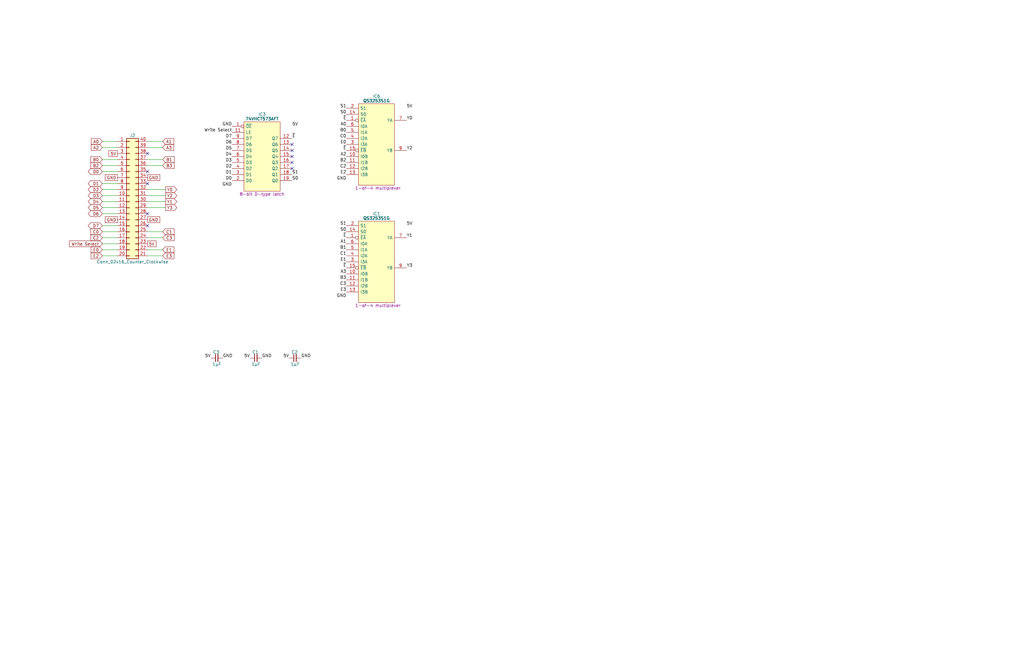
<source format=kicad_sch>
(kicad_sch (version 20230121) (generator eeschema)
  (paper "User" 431.8 279.4)
  (title_block (title "Selector 1-of-4 4bit with Input") (date "2024-03-11") (rev "V0"))
  (lib_symbols
    (symbol "Connector_Generic:Conn_02x20_Counter_Clockwise" (pin_names (offset 1.016) hide)
      (property "Reference" "J" (at 1.27 25.4 0))
      (property "Value" "Conn_02x20_Counter_Clockwise" (at 1.27 -27.94 0))
      (symbol "Conn_02x20_Counter_Clockwise_1_1"
        (rectangle (start -1.27 -25.273) (end 0 -25.527) (stroke (width 0.1524)))
        (rectangle (start -1.27 -22.733) (end 0 -22.987) (stroke (width 0.1524)))
        (rectangle (start -1.27 -20.193) (end 0 -20.447) (stroke (width 0.1524)))
        (rectangle (start -1.27 -17.653) (end 0 -17.907) (stroke (width 0.1524)))
        (rectangle (start -1.27 -15.113) (end 0 -15.367) (stroke (width 0.1524)))
        (rectangle (start -1.27 -12.573) (end 0 -12.827) (stroke (width 0.1524)))
        (rectangle (start -1.27 -10.033) (end 0 -10.287) (stroke (width 0.1524)))
        (rectangle (start -1.27 -7.493) (end 0 -7.747) (stroke (width 0.1524)))
        (rectangle (start -1.27 -4.953) (end 0 -5.207) (stroke (width 0.1524)))
        (rectangle (start -1.27 -2.413) (end 0 -2.667) (stroke (width 0.1524)))
        (rectangle (start -1.27 0.127) (end 0 -0.127) (stroke (width 0.1524)))
        (rectangle (start -1.27 2.667) (end 0 2.413) (stroke (width 0.1524)))
        (rectangle (start -1.27 5.207) (end 0 4.953) (stroke (width 0.1524)))
        (rectangle (start -1.27 7.747) (end 0 7.493) (stroke (width 0.1524)))
        (rectangle (start -1.27 10.287) (end 0 10.033) (stroke (width 0.1524)))
        (rectangle (start -1.27 12.827) (end 0 12.573) (stroke (width 0.1524)))
        (rectangle (start -1.27 15.367) (end 0 15.113) (stroke (width 0.1524)))
        (rectangle (start -1.27 17.907) (end 0 17.653) (stroke (width 0.1524)))
        (rectangle (start -1.27 20.447) (end 0 20.193) (stroke (width 0.1524)))
        (rectangle (start -1.27 22.987) (end 0 22.733) (stroke (width 0.1524)))
        (rectangle (start -1.27 24.13) (end 3.81 -26.67) (stroke (width 0.254)) (fill (type background)))
        (rectangle (start 3.81 -25.273) (end 2.54 -25.527) (stroke (width 0.1524)))
        (rectangle (start 3.81 -22.733) (end 2.54 -22.987) (stroke (width 0.1524)))
        (rectangle (start 3.81 -20.193) (end 2.54 -20.447) (stroke (width 0.1524)))
        (rectangle (start 3.81 -17.653) (end 2.54 -17.907) (stroke (width 0.1524)))
        (rectangle (start 3.81 -15.113) (end 2.54 -15.367) (stroke (width 0.1524)))
        (rectangle (start 3.81 -12.573) (end 2.54 -12.827) (stroke (width 0.1524)))
        (rectangle (start 3.81 -10.033) (end 2.54 -10.287) (stroke (width 0.1524)))
        (rectangle (start 3.81 -7.493) (end 2.54 -7.747) (stroke (width 0.1524)))
        (rectangle (start 3.81 -4.953) (end 2.54 -5.207) (stroke (width 0.1524)))
        (rectangle (start 3.81 -2.413) (end 2.54 -2.667) (stroke (width 0.1524)))
        (rectangle (start 3.81 0.127) (end 2.54 -0.127) (stroke (width 0.1524)))
        (rectangle (start 3.81 2.667) (end 2.54 2.413) (stroke (width 0.1524)))
        (rectangle (start 3.81 5.207) (end 2.54 4.953) (stroke (width 0.1524)))
        (rectangle (start 3.81 7.747) (end 2.54 7.493) (stroke (width 0.1524)))
        (rectangle (start 3.81 10.287) (end 2.54 10.033) (stroke (width 0.1524)))
        (rectangle (start 3.81 12.827) (end 2.54 12.573) (stroke (width 0.1524)))
        (rectangle (start 3.81 15.367) (end 2.54 15.113) (stroke (width 0.1524)))
        (rectangle (start 3.81 17.907) (end 2.54 17.653) (stroke (width 0.1524)))
        (rectangle (start 3.81 20.447) (end 2.54 20.193) (stroke (width 0.1524)))
        (rectangle (start 3.81 22.987) (end 2.54 22.733) (stroke (width 0.1524)))
        (pin passive line (at -5.08 22.86 0) (length 3.81) (name "Pin_1") (number "1"))
        (pin passive line (at -5.08 0 0) (length 3.81) (name "Pin_10") (number "10"))
        (pin passive line (at -5.08 -2.54 0) (length 3.81) (name "Pin_11") (number "11"))
        (pin passive line (at -5.08 -5.08 0) (length 3.81) (name "Pin_12") (number "12"))
        (pin passive line (at -5.08 -7.62 0) (length 3.81) (name "Pin_13") (number "13"))
        (pin passive line (at -5.08 -10.16 0) (length 3.81) (name "Pin_14") (number "14"))
        (pin passive line (at -5.08 -12.7 0) (length 3.81) (name "Pin_15") (number "15"))
        (pin passive line (at -5.08 -15.24 0) (length 3.81) (name "Pin_16") (number "16"))
        (pin passive line (at -5.08 -17.78 0) (length 3.81) (name "Pin_17") (number "17"))
        (pin passive line (at -5.08 -20.32 0) (length 3.81) (name "Pin_18") (number "18"))
        (pin passive line (at -5.08 -22.86 0) (length 3.81) (name "Pin_19") (number "19"))
        (pin passive line (at -5.08 20.32 0) (length 3.81) (name "Pin_2") (number "2"))
        (pin passive line (at -5.08 -25.4 0) (length 3.81) (name "Pin_20") (number "20"))
        (pin passive line (at 7.62 -25.4 180) (length 3.81) (name "Pin_21") (number "21"))
        (pin passive line (at 7.62 -22.86 180) (length 3.81) (name "Pin_22") (number "22"))
        (pin passive line (at 7.62 -20.32 180) (length 3.81) (name "Pin_23") (number "23"))
        (pin passive line (at 7.62 -17.78 180) (length 3.81) (name "Pin_24") (number "24"))
        (pin passive line (at 7.62 -15.24 180) (length 3.81) (name "Pin_25") (number "25"))
        (pin passive line (at 7.62 -12.7 180) (length 3.81) (name "Pin_26") (number "26"))
        (pin passive line (at 7.62 -10.16 180) (length 3.81) (name "Pin_27") (number "27"))
        (pin passive line (at 7.62 -7.62 180) (length 3.81) (name "Pin_28") (number "28"))
        (pin passive line (at 7.62 -5.08 180) (length 3.81) (name "Pin_29") (number "29"))
        (pin passive line (at -5.08 17.78 0) (length 3.81) (name "Pin_3") (number "3"))
        (pin passive line (at 7.62 -2.54 180) (length 3.81) (name "Pin_30") (number "30"))
        (pin passive line (at 7.62 0 180) (length 3.81) (name "Pin_31") (number "31"))
        (pin passive line (at 7.62 2.54 180) (length 3.81) (name "Pin_32") (number "32"))
        (pin passive line (at 7.62 5.08 180) (length 3.81) (name "Pin_33") (number "33"))
        (pin passive line (at 7.62 7.62 180) (length 3.81) (name "Pin_34") (number "34"))
        (pin passive line (at 7.62 10.16 180) (length 3.81) (name "Pin_35") (number "35"))
        (pin passive line (at 7.62 12.7 180) (length 3.81) (name "Pin_36") (number "36"))
        (pin passive line (at 7.62 15.24 180) (length 3.81) (name "Pin_37") (number "37"))
        (pin passive line (at 7.62 17.78 180) (length 3.81) (name "Pin_38") (number "38"))
        (pin passive line (at 7.62 20.32 180) (length 3.81) (name "Pin_39") (number "39"))
        (pin passive line (at -5.08 15.24 0) (length 3.81) (name "Pin_4") (number "4"))
        (pin passive line (at 7.62 22.86 180) (length 3.81) (name "Pin_40") (number "40"))
        (pin passive line (at -5.08 12.7 0) (length 3.81) (name "Pin_5") (number "5"))
        (pin passive line (at -5.08 10.16 0) (length 3.81) (name "Pin_6") (number "6"))
        (pin passive line (at -5.08 7.62 0) (length 3.81) (name "Pin_7") (number "7"))
        (pin passive line (at -5.08 5.08 0) (length 3.81) (name "Pin_8") (number "8"))
        (pin passive line (at -5.08 2.54 0) (length 3.81) (name "Pin_9") (number "9"))
      )
    )
    (symbol "HCP65:C_0805" (pin_numbers hide) (pin_names (offset 0.254) hide)
      (property "Reference" "C" (at 2.286 2.54 0))
      (property "Value" "?μF" (at 2.54 -2.54 0))
      (symbol "C_0805_0_1"
        (polyline (pts (xy 1.9685 -1.4605) (xy 1.9685 1.5875)) (stroke (width 0.3048)))
        (polyline (pts (xy 2.9845 -1.4605) (xy 2.9845 1.5875)) (stroke (width 0.3302)))
      )
      (symbol "C_0805_1_1"
        (pin passive line (at 0 0 0) (length 2.032) (name "~") (number "1"))
        (pin passive line (at 5.08 0 180) (length 2.032) (name "~") (number "2"))
      )
    )
    (symbol "Renesas:QS3253S1G" (pin_names (offset 0.762))
      (property "Reference" "IC" (at 12.7 5.08 0))
      (property "Value" "QS3253S1G" (at 12.7 3.175 0))
      (property "Description" "1-of-4 multiplexer" (at 13.335 -33.655 0))
      (symbol "QS3253S1G_0_0"
        (pin input line (at 0 -20.32 0) (length 5.08) (name "I0B") (number "10"))
        (pin input line (at 0 -22.86 0) (length 5.08) (name "I1B") (number "11"))
        (pin input line (at 0 -25.4 0) (length 5.08) (name "I2B") (number "12"))
        (pin input line (at 0 -27.94 0) (length 5.08) (name "I3B") (number "13"))
        (pin input line (at 0 -2.54 0) (length 5.08) (name "S0") (number "14"))
        (pin input line (at 0 0 0) (length 5.08) (name "S1") (number "2"))
        (pin input line (at 0 -15.24 0) (length 5.08) (name "I3A") (number "3"))
        (pin input line (at 0 -12.7 0) (length 5.08) (name "I2A") (number "4"))
        (pin input line (at 0 -10.16 0) (length 5.08) (name "I1A") (number "5"))
        (pin input line (at 0 -7.62 0) (length 5.08) (name "I0A") (number "6"))
        (pin output line (at 25.4 -5.08 180) (length 5.08) (name "YA") (number "7"))
        (pin output line (at 25.4 -17.78 180) (length 5.08) (name "YB") (number "9"))
      )
      (symbol "QS3253S1G_0_1"
        (polyline (pts (xy 5.08 1.905) (xy 20.32 1.905) (xy 20.32 -32.385) (xy 5.08 -32.385) (xy 5.08 1.905)) (stroke (width 0.1524)) (fill (type background)))
      )
      (symbol "QS3253S1G_1_0"
        (pin input inverted (at 0 -5.08 0) (length 5.08) (name "~{EA}") (number "1"))
        (pin input inverted (at 0 -17.78 0) (length 5.08) (name "~{EB}") (number "15"))
        (pin passive line (at 25.4 0 180) (length 5.08) hide (name "5V") (number "16"))
        (pin passive line (at 0 -30.48 0) (length 5.08) hide (name "GND") (number "8"))
      )
    )
    (symbol "Toshiba:74VHCT573AFT" (pin_names (offset 0.762))
      (property "Reference" "IC" (at 12.7 5.08 0))
      (property "Value" "74VHCT573AFT" (at 12.7 3.175 0))
      (property "Description" "8-bit D-type latch" (at 12.7 -28.575 0))
      (symbol "74VHCT573AFT_0_0"
        (pin input inverted (at 0 0 0) (length 5.08) (name "~{OE}") (number "1"))
        (pin passive line (at 0 -25.4 0) (length 5.08) hide (name "GND") (number "10"))
        (pin input line (at 0 -2.54 0) (length 5.08) (name "LE") (number "11"))
        (pin tri_state line (at 25.4 -5.08 180) (length 5.08) (name "Q7") (number "12"))
        (pin tri_state line (at 25.4 -7.62 180) (length 5.08) (name "Q6") (number "13"))
        (pin tri_state line (at 25.4 -10.16 180) (length 5.08) (name "Q5") (number "14"))
        (pin tri_state line (at 25.4 -12.7 180) (length 5.08) (name "Q4") (number "15"))
        (pin tri_state line (at 25.4 -15.24 180) (length 5.08) (name "Q3") (number "16"))
        (pin tri_state line (at 25.4 -17.78 180) (length 5.08) (name "Q2") (number "17"))
        (pin tri_state line (at 25.4 -20.32 180) (length 5.08) (name "Q1") (number "18"))
        (pin tri_state line (at 25.4 -22.86 180) (length 5.08) (name "Q0") (number "19"))
        (pin input line (at 0 -22.86 0) (length 5.08) (name "D0") (number "2"))
        (pin passive line (at 25.4 0 180) (length 5.08) hide (name "5V") (number "20"))
        (pin input line (at 0 -20.32 0) (length 5.08) (name "D1") (number "3"))
        (pin input line (at 0 -17.78 0) (length 5.08) (name "D2") (number "4"))
        (pin input line (at 0 -15.24 0) (length 5.08) (name "D3") (number "5"))
        (pin input line (at 0 -12.7 0) (length 5.08) (name "D4") (number "6"))
        (pin input line (at 0 -10.16 0) (length 5.08) (name "D5") (number "7"))
        (pin input line (at 0 -7.62 0) (length 5.08) (name "D6") (number "8"))
        (pin input line (at 0 -5.08 0) (length 5.08) (name "D7") (number "9"))
      )
      (symbol "74VHCT573AFT_0_1"
        (polyline (pts (xy 5.08 1.905) (xy 20.32 1.905) (xy 20.32 -27.305) (xy 5.08 -27.305) (xy 5.08 1.905)) (stroke (width 0.1524)) (fill (type background)))
      )
    )
  )
  (no_connect (at 62.23 95.25))
  (no_connect (at 62.23 72.39))
  (no_connect (at 123.19 68.58))
  (no_connect (at 123.19 63.5))
  (no_connect (at 62.23 77.47))
  (no_connect (at 62.23 90.17))
  (no_connect (at 62.23 64.77))
  (no_connect (at 123.19 71.12))
  (no_connect (at 123.19 60.96))
  (no_connect (at 123.19 66.04))
  (wire (pts (xy 69.85 82.55) (xy 62.23 82.55)))
  (wire (pts (xy 68.58 59.69) (xy 62.23 59.69)))
  (wire (pts (xy 69.85 85.09) (xy 62.23 85.09)))
  (wire (pts (xy 43.18 90.17) (xy 49.53 90.17)))
  (wire (pts (xy 43.18 72.39) (xy 49.53 72.39)))
  (wire (pts (xy 43.18 59.69) (xy 49.53 59.69)))
  (wire (pts (xy 68.58 105.41) (xy 62.23 105.41)))
  (wire (pts (xy 43.18 95.25) (xy 49.53 95.25)))
  (wire (pts (xy 43.18 85.09) (xy 49.53 85.09)))
  (wire (pts (xy 43.18 87.63) (xy 49.53 87.63)))
  (wire (pts (xy 68.58 107.95) (xy 62.23 107.95)))
  (wire (pts (xy 68.58 62.23) (xy 62.23 62.23)))
  (wire (pts (xy 43.18 102.87) (xy 49.53 102.87)))
  (wire (pts (xy 43.18 62.23) (xy 49.53 62.23)))
  (wire (pts (xy 69.85 80.01) (xy 62.23 80.01)))
  (wire (pts (xy 68.58 67.31) (xy 62.23 67.31)))
  (wire (pts (xy 68.58 69.85) (xy 62.23 69.85)))
  (wire (pts (xy 69.85 87.63) (xy 62.23 87.63)))
  (wire (pts (xy 43.18 82.55) (xy 49.53 82.55)))
  (wire (pts (xy 43.18 67.31) (xy 49.53 67.31)))
  (wire (pts (xy 68.58 97.79) (xy 62.23 97.79)))
  (wire (pts (xy 43.18 69.85) (xy 49.53 69.85)))
  (wire (pts (xy 43.18 100.33) (xy 49.53 100.33)))
  (wire (pts (xy 43.18 105.41) (xy 49.53 105.41)))
  (wire (pts (xy 43.18 107.95) (xy 49.53 107.95)))
  (wire (pts (xy 43.18 77.47) (xy 49.53 77.47)))
  (wire (pts (xy 43.18 80.01) (xy 49.53 80.01)))
  (wire (pts (xy 43.18 97.79) (xy 49.53 97.79)))
  (wire (pts (xy 68.58 100.33) (xy 62.23 100.33)))
  (label "Y3" (at 171.45 113.03 0))
  (label "B1" (at 146.05 105.41 180))
  (label "E3" (at 146.05 123.19 180))
  (label "A2" (at 146.05 66.04 180))
  (label "5V" (at 123.19 53.34 0))
  (label "A0" (at 146.05 53.34 180))
  (label "S1" (at 146.05 95.25 180))
  (label "GND" (at 93.98 151.13 0))
  (label "GND" (at 146.05 76.2 180))
  (label "S0" (at 146.05 48.26 180))
  (label "S1" (at 123.19 73.66 0))
  (label "Write Select" (at 97.79 55.88 180))
  (label "Y2" (at 171.45 63.5 0))
  (label "~{E}" (at 146.05 100.33 180))
  (label "5V" (at 171.45 95.25 0))
  (label "GND" (at 146.05 125.73 180))
  (label "E2" (at 146.05 73.66 180))
  (label "D3" (at 97.79 68.58 180))
  (label "S1" (at 146.05 45.72 180))
  (label "C0" (at 146.05 58.42 180))
  (label "~{E}" (at 123.19 58.42 0))
  (label "C1" (at 146.05 107.95 180))
  (label "5V" (at 171.45 45.72 0))
  (label "E0" (at 146.05 60.96 180))
  (label "B3" (at 146.05 118.11 180))
  (label "5V" (at 105.41 151.13 180))
  (label "GND" (at 97.79 53.34 180))
  (label "D5" (at 97.79 63.5 180))
  (label "D1" (at 97.79 73.66 180))
  (label "D7" (at 97.79 58.42 180))
  (label "5V" (at 121.92 151.13 180))
  (label "Y0" (at 171.45 50.8 0))
  (label "GND" (at 127 151.13 0))
  (label "GND" (at 97.79 78.74 180))
  (label "A3" (at 146.05 115.57 180))
  (label "A1" (at 146.05 102.87 180))
  (label "S0" (at 146.05 97.79 180))
  (label "C2" (at 146.05 71.12 180))
  (label "B2" (at 146.05 68.58 180))
  (label "~{E}" (at 146.05 50.8 180))
  (label "~{E}" (at 146.05 63.5 180))
  (label "D6" (at 97.79 60.96 180))
  (label "S0" (at 123.19 76.2 0))
  (label "B0" (at 146.05 55.88 180))
  (label "GND" (at 110.49 151.13 0))
  (label "Y1" (at 171.45 100.33 0))
  (label "C3" (at 146.05 120.65 180))
  (label "D0" (at 97.79 76.2 180))
  (label "E1" (at 146.05 110.49 180))
  (label "D4" (at 97.79 66.04 180))
  (label "~{E}" (at 146.05 113.03 180))
  (label "5V" (at 88.9 151.13 180))
  (label "D2" (at 97.79 71.12 180))
  (global_label "Y1" (shape output) (at 69.85 85.09 0) (property "Intersheetrefs" "${INTERSHEET_REFS}" (effects hide)))
  (global_label "D3" (shape tri_state) (at 43.18 82.55 180) (property "Intersheetrefs" "${INTERSHEET_REFS}" (effects hide)))
  (global_label "GND" (shape passive) (at 49.53 92.71 180) (property "Intersheetrefs" "${INTERSHEET_REFS}" (effects hide)))
  (global_label "E1" (shape input) (at 68.58 105.41 0) (property "Intersheetrefs" "${INTERSHEET_REFS}" (effects hide)))
  (global_label "D5" (shape tri_state) (at 43.18 87.63 180) (property "Intersheetrefs" "${INTERSHEET_REFS}" (effects hide)))
  (global_label "A1" (shape input) (at 68.58 59.69 0) (property "Intersheetrefs" "${INTERSHEET_REFS}" (effects hide)))
  (global_label "A0" (shape input) (at 43.18 59.69 180) (property "Intersheetrefs" "${INTERSHEET_REFS}" (effects hide)))
  (global_label "D0" (shape tri_state) (at 43.18 72.39 180) (property "Intersheetrefs" "${INTERSHEET_REFS}" (effects hide)))
  (global_label "5V" (shape passive) (at 49.53 64.77 180) (property "Intersheetrefs" "${INTERSHEET_REFS}" (effects hide)))
  (global_label "E2" (shape input) (at 43.18 107.95 180) (property "Intersheetrefs" "${INTERSHEET_REFS}" (effects hide)))
  (global_label "A3" (shape input) (at 68.58 62.23 0) (property "Intersheetrefs" "${INTERSHEET_REFS}" (effects hide)))
  (global_label "C2" (shape input) (at 43.18 100.33 180) (property "Intersheetrefs" "${INTERSHEET_REFS}" (effects hide)))
  (global_label "B1" (shape input) (at 68.58 67.31 0) (property "Intersheetrefs" "${INTERSHEET_REFS}" (effects hide)))
  (global_label "Y3" (shape output) (at 69.85 87.63 0) (property "Intersheetrefs" "${INTERSHEET_REFS}" (effects hide)))
  (global_label "C1" (shape input) (at 68.58 97.79 0) (property "Intersheetrefs" "${INTERSHEET_REFS}" (effects hide)))
  (global_label "D6" (shape tri_state) (at 43.18 90.17 180) (property "Intersheetrefs" "${INTERSHEET_REFS}" (effects hide)))
  (global_label "Y2" (shape output) (at 69.85 82.55 0) (property "Intersheetrefs" "${INTERSHEET_REFS}" (effects hide)))
  (global_label "5V" (shape passive) (at 62.23 102.87 0) (property "Intersheetrefs" "${INTERSHEET_REFS}" (effects hide)))
  (global_label "E3" (shape input) (at 68.58 107.95 0) (property "Intersheetrefs" "${INTERSHEET_REFS}" (effects hide)))
  (global_label "Write Select" (shape input) (at 43.18 102.87 180) (property "Intersheetrefs" "${INTERSHEET_REFS}" (effects hide)))
  (global_label "C0" (shape input) (at 43.18 97.79 180) (property "Intersheetrefs" "${INTERSHEET_REFS}" (effects hide)))
  (global_label "D7" (shape tri_state) (at 43.18 95.25 180) (property "Intersheetrefs" "${INTERSHEET_REFS}" (effects hide)))
  (global_label "E0" (shape input) (at 43.18 105.41 180) (property "Intersheetrefs" "${INTERSHEET_REFS}" (effects hide)))
  (global_label "D2" (shape tri_state) (at 43.18 80.01 180) (property "Intersheetrefs" "${INTERSHEET_REFS}" (effects hide)))
  (global_label "A2" (shape input) (at 43.18 62.23 180) (property "Intersheetrefs" "${INTERSHEET_REFS}" (effects hide)))
  (global_label "GND" (shape passive) (at 49.53 74.93 180) (property "Intersheetrefs" "${INTERSHEET_REFS}" (effects hide)))
  (global_label "B3" (shape input) (at 68.58 69.85 0) (property "Intersheetrefs" "${INTERSHEET_REFS}" (effects hide)))
  (global_label "GND" (shape passive) (at 62.23 92.71 0) (property "Intersheetrefs" "${INTERSHEET_REFS}" (effects hide)))
  (global_label "C3" (shape input) (at 68.58 100.33 0) (property "Intersheetrefs" "${INTERSHEET_REFS}" (effects hide)))
  (global_label "Y0" (shape output) (at 69.85 80.01 0) (property "Intersheetrefs" "${INTERSHEET_REFS}" (effects hide)))
  (global_label "GND" (shape passive) (at 62.23 74.93 0) (property "Intersheetrefs" "${INTERSHEET_REFS}" (effects hide)))
  (global_label "D4" (shape tri_state) (at 43.18 85.09 180) (property "Intersheetrefs" "${INTERSHEET_REFS}" (effects hide)))
  (global_label "D1" (shape tri_state) (at 43.18 77.47 180) (property "Intersheetrefs" "${INTERSHEET_REFS}" (effects hide)))
  (global_label "B0" (shape input) (at 43.18 67.31 180) (property "Intersheetrefs" "${INTERSHEET_REFS}" (effects hide)))
  (global_label "B2" (shape input) (at 43.18 69.85 180) (property "Intersheetrefs" "${INTERSHEET_REFS}" (effects hide)))
  (symbol (lib_id "Renesas:QS3253S1G") (at 146.05 45.72 0) (unit 1)
    (property "Reference" "IC6" (at 158.75 40.64 0))
    (property "Value" "QS3253S1G" (at 158.75 42.545 0) (effects (font bold)))
    (property "Footprint" "SOIC127P602X173-16N" (effects hide))
    (property "Datasheet" "https://www.renesas.com/us/en/products/memory-logic/bus-switch/50v-quickswitch/qs3253-high-speed-cmos-quickswitch-dual-41-muxdemux" (effects hide))
    (property "Description" "1-of-4 multiplexer" (at 159.385 79.375 0))
    (property "Height" "1.727" (effects hide))
    (property "Manufacturer_Name" "Renesas Electronics" (effects hide))
    (property "Manufacturer_Part_Number" "QS3253S1G" (effects hide))
    (property "Silkscreen" "QS3253S" (effects hide))
  )
  (symbol (lib_id "HCP65:C_0805") (at 88.9 151.13 0) (unit 1)
    (property "Reference" "C3" (at 91.186 148.59 0))
    (property "Value" "1μF" (at 91.44 153.67 0))
    (property "Footprint" "SamacSys_Parts:C_0805" (effects hide))
  )
  (symbol (lib_id "Renesas:QS3253S1G") (at 146.05 95.25 0) (unit 1)
    (property "Reference" "IC1" (at 158.75 90.17 0))
    (property "Value" "QS3253S1G" (at 158.75 92.075 0) (effects (font bold)))
    (property "Footprint" "SOIC127P602X173-16N" (effects hide))
    (property "Datasheet" "https://www.renesas.com/us/en/products/memory-logic/bus-switch/50v-quickswitch/qs3253-high-speed-cmos-quickswitch-dual-41-muxdemux" (effects hide))
    (property "Description" "1-of-4 multiplexer" (at 159.385 128.905 0))
    (property "Height" "1.727" (effects hide))
    (property "Manufacturer_Name" "Renesas Electronics" (effects hide))
    (property "Manufacturer_Part_Number" "QS3253S1G" (effects hide))
    (property "Silkscreen" "QS3253S" (effects hide))
  )
  (symbol (lib_id "Toshiba:74VHCT573AFT") (at 97.79 53.34 0) (unit 1)
    (property "Reference" "IC3" (at 110.49 48.26 0))
    (property "Value" "74VHCT573AFT" (at 110.49 50.165 0) (effects (font bold)))
    (property "Footprint" "SOP65P640X120-20N" (effects hide))
    (property "Datasheet" "https://www.mouser.co.za/datasheet/2/408/74VHCT573AFT_datasheet_en_20160804-2936705.pdf" (effects hide))
    (property "Description" "8-bit D-type latch" (at 110.49 81.915 0))
    (property "Height" "1.2" (effects hide))
    (property "Manufacturer_Name" "Toshiba" (effects hide))
    (property "Manufacturer_Part_Number" "74VHCT573AFT" (effects hide))
    (property "Mouser Part Number" "N/A" (effects hide))
    (property "Mouser Price/Stock" "https://www.mouser.com/Search/Refine.aspx?Keyword=N%2FA" (effects hide))
    (property "Silkscreen" "74VHCT573AF" (effects hide))
  )
  (symbol (lib_id "Connector_Generic:Conn_02x20_Counter_Clockwise") (at 54.61 82.55 0) (unit 1)
    (property "Reference" "J2" (at 55.88 57.15 0))
    (property "Value" "Conn_02x16_Counter_Clockwise" (at 55.88 110.49 0))
    (property "Footprint" "SamacSys_Parts:DIP-40_Board_W15.24mm" (effects hide))
  )
  (symbol (lib_id "HCP65:C_0805") (at 121.92 151.13 0) (unit 1)
    (property "Reference" "C2" (at 124.206 148.59 0))
    (property "Value" "1μF" (at 124.46 153.67 0))
    (property "Footprint" "SamacSys_Parts:C_0805" (effects hide))
  )
  (symbol (lib_id "HCP65:C_0805") (at 105.41 151.13 0) (unit 1)
    (property "Reference" "C1" (at 107.696 148.59 0))
    (property "Value" "1μF" (at 107.95 153.67 0))
    (property "Footprint" "SamacSys_Parts:C_0805" (effects hide))
  )
)
</source>
